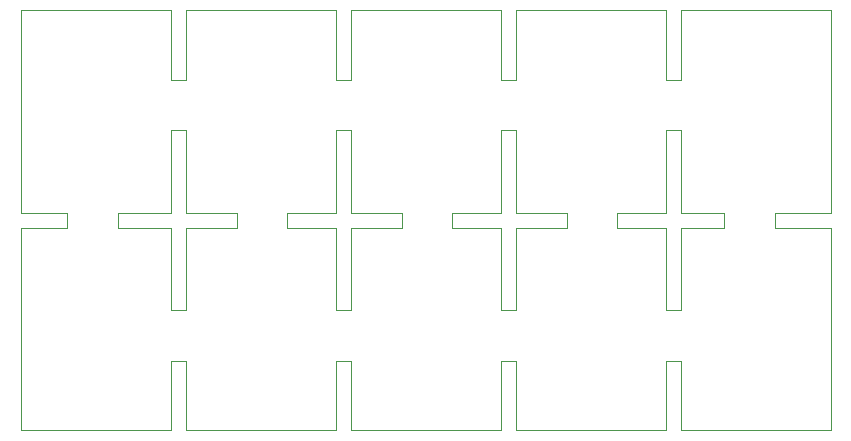
<source format=gbr>
%TF.GenerationSoftware,KiCad,Pcbnew,(5.1.10)-1*%
%TF.CreationDate,2022-10-12T21:43:39-04:00*%
%TF.ProjectId,1581-improved-ledpcb,31353831-2d69-46d7-9072-6f7665642d6c,2*%
%TF.SameCoordinates,Original*%
%TF.FileFunction,Profile,NP*%
%FSLAX46Y46*%
G04 Gerber Fmt 4.6, Leading zero omitted, Abs format (unit mm)*
G04 Created by KiCad (PCBNEW (5.1.10)-1) date 2022-10-12 21:43:39*
%MOMM*%
%LPD*%
G01*
G04 APERTURE LIST*
%TA.AperFunction,Profile*%
%ADD10C,0.050000*%
%TD*%
G04 APERTURE END LIST*
D10*
X173990000Y-94615000D02*
X169910000Y-94615000D01*
X173990000Y-101600000D02*
X173990000Y-94615000D01*
X175260000Y-101600000D02*
X173990000Y-101600000D01*
X175260000Y-94615000D02*
X175260000Y-101600000D01*
X178959000Y-94615000D02*
X175260000Y-94615000D01*
X178959000Y-93345000D02*
X178959000Y-94615000D01*
X175260000Y-93345000D02*
X178959000Y-93345000D01*
X175260000Y-86360000D02*
X175260000Y-93345000D01*
X173990000Y-86360000D02*
X175260000Y-86360000D01*
X173990000Y-93345000D02*
X173990000Y-86360000D01*
X169910000Y-93345000D02*
X173990000Y-93345000D01*
X169910000Y-94615000D02*
X169910000Y-93345000D01*
X160020000Y-94615000D02*
X155940000Y-94615000D01*
X160020000Y-101600000D02*
X160020000Y-94615000D01*
X161290000Y-101600000D02*
X160020000Y-101600000D01*
X161290000Y-94615000D02*
X161290000Y-101600000D01*
X165640000Y-94615000D02*
X161290000Y-94615000D01*
X165640000Y-93345000D02*
X165640000Y-94615000D01*
X161290000Y-93345000D02*
X165640000Y-93345000D01*
X161290000Y-86360000D02*
X161290000Y-93345000D01*
X160020000Y-86360000D02*
X161290000Y-86360000D01*
X160020000Y-93345000D02*
X160020000Y-86360000D01*
X155940000Y-93345000D02*
X160020000Y-93345000D01*
X155940000Y-94615000D02*
X155940000Y-93345000D01*
X146050000Y-94615000D02*
X141970000Y-94615000D01*
X146050000Y-101600000D02*
X146050000Y-94615000D01*
X147320000Y-101600000D02*
X146050000Y-101600000D01*
X147320000Y-94615000D02*
X147320000Y-101600000D01*
X151670000Y-94615000D02*
X147320000Y-94615000D01*
X151670000Y-93345000D02*
X151670000Y-94615000D01*
X147320000Y-93345000D02*
X151670000Y-93345000D01*
X147320000Y-86360000D02*
X147320000Y-93345000D01*
X146050000Y-86360000D02*
X147320000Y-86360000D01*
X146050000Y-93345000D02*
X146050000Y-86360000D01*
X141970000Y-93345000D02*
X146050000Y-93345000D01*
X141970000Y-93345000D02*
X141970000Y-94615000D01*
X132080000Y-94615000D02*
X127619000Y-94615000D01*
X132080000Y-101600000D02*
X132080000Y-94615000D01*
X133350000Y-101600000D02*
X132080000Y-101600000D01*
X133350000Y-94615000D02*
X133350000Y-101600000D01*
X137700000Y-94615000D02*
X133350000Y-94615000D01*
X137700000Y-93345000D02*
X137700000Y-94615000D01*
X133350000Y-93345000D02*
X137700000Y-93345000D01*
X133350000Y-86360000D02*
X133350000Y-93345000D01*
X132080000Y-86360000D02*
X133350000Y-86360000D01*
X132080000Y-93345000D02*
X132080000Y-86360000D01*
X127619000Y-93345000D02*
X132080000Y-93345000D01*
X127619000Y-94615000D02*
X127619000Y-93345000D01*
X123349000Y-94615000D02*
X123349000Y-93345000D01*
X119380000Y-94615000D02*
X123349000Y-94615000D01*
X119380000Y-93345000D02*
X123349000Y-93345000D01*
X119380000Y-76200000D02*
X119380000Y-93345000D01*
X119380000Y-95631000D02*
X119380000Y-94615000D01*
X119380000Y-111760000D02*
X119380000Y-95631000D01*
X132080000Y-111760000D02*
X119380000Y-111760000D01*
X132080000Y-105870000D02*
X132080000Y-111760000D01*
X133350000Y-105870000D02*
X132080000Y-105870000D01*
X133350000Y-111760000D02*
X133350000Y-105870000D01*
X146050000Y-111760000D02*
X133350000Y-111760000D01*
X146050000Y-105870000D02*
X146050000Y-111760000D01*
X147320000Y-105870000D02*
X146050000Y-105870000D01*
X147320000Y-111760000D02*
X147320000Y-105870000D01*
X160020000Y-111760000D02*
X147320000Y-111760000D01*
X160020000Y-105870000D02*
X160020000Y-111760000D01*
X161290000Y-105870000D02*
X160020000Y-105870000D01*
X161290000Y-111760000D02*
X161290000Y-105870000D01*
X173990000Y-111760000D02*
X161290000Y-111760000D01*
X173990000Y-111633000D02*
X173990000Y-111760000D01*
X173990000Y-105870000D02*
X173990000Y-111633000D01*
X175260000Y-105870000D02*
X173990000Y-105870000D01*
X175260000Y-111760000D02*
X175260000Y-105870000D01*
X187960000Y-111760000D02*
X175260000Y-111760000D01*
X183229000Y-93345000D02*
X187960000Y-93345000D01*
X183229000Y-94615000D02*
X183229000Y-93345000D01*
X187960000Y-94615000D02*
X183229000Y-94615000D01*
X187960000Y-95631000D02*
X187960000Y-94615000D01*
X187960000Y-92456000D02*
X187960000Y-93345000D01*
X187960000Y-111760000D02*
X187960000Y-95631000D01*
X187960000Y-76200000D02*
X187960000Y-92456000D01*
X175260000Y-76200000D02*
X187960000Y-76200000D01*
X175260000Y-82090000D02*
X175260000Y-76200000D01*
X173990000Y-82090000D02*
X175260000Y-82090000D01*
X173990000Y-76200000D02*
X173990000Y-82090000D01*
X161290000Y-76200000D02*
X173990000Y-76200000D01*
X161290000Y-82090000D02*
X161290000Y-76200000D01*
X160020000Y-82090000D02*
X161290000Y-82090000D01*
X160020000Y-76200000D02*
X160020000Y-82090000D01*
X147320000Y-76200000D02*
X160020000Y-76200000D01*
X147320000Y-82090000D02*
X147320000Y-76200000D01*
X146050000Y-82090000D02*
X147320000Y-82090000D01*
X146050000Y-76200000D02*
X146050000Y-82090000D01*
X133350000Y-76200000D02*
X146050000Y-76200000D01*
X133350000Y-82090000D02*
X133350000Y-76200000D01*
X132080000Y-82090000D02*
X133350000Y-82090000D01*
X132080000Y-76200000D02*
X132080000Y-82090000D01*
X119380000Y-76200000D02*
X132080000Y-76200000D01*
M02*

</source>
